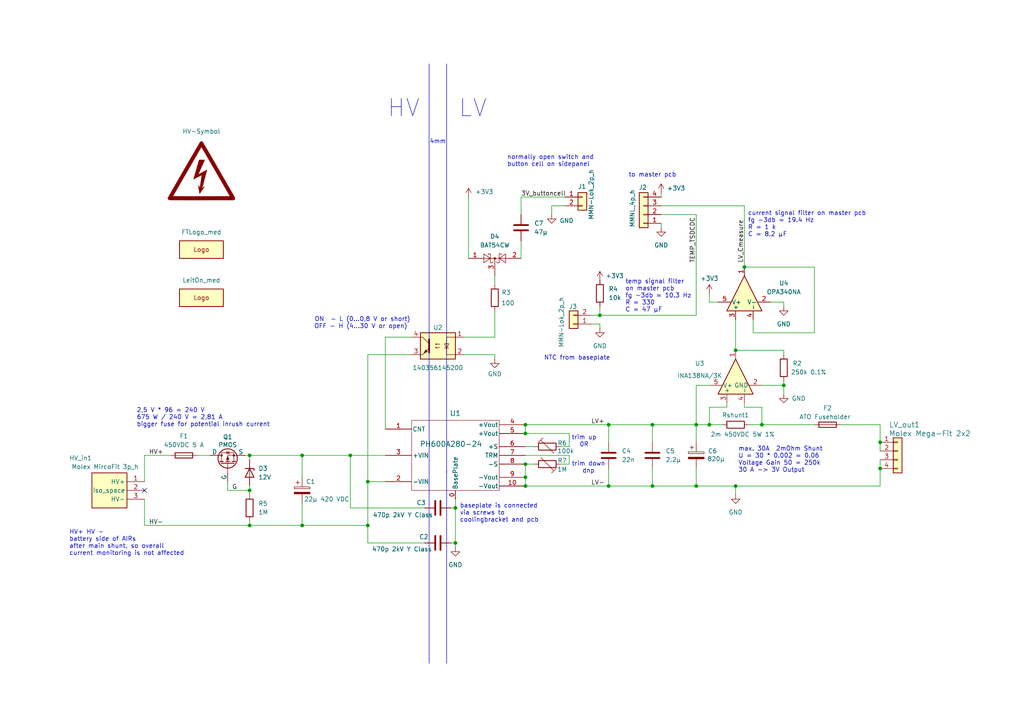
<source format=kicad_sch>
(kicad_sch (version 20231120) (generator "eeschema") (generator_version "8.0")
  (paper "A4")
  (title_block (title "TS-DCDC") (date "2024-12-12") (rev "0.5"))
  (lib_symbols
    (symbol "2024-11-18_21-41-11:PH600A280-24" (pin_names (offset 0.254))
      (property "Reference" "U1" (at 20.32 7.112 0))
      (property "Value" "PH600A280-24" (at 19.05 -1.778 0))
      (symbol "PH600A280-24_0_1"
        (polyline (pts (xy 7.62 -15.24) (xy 33.02 -15.24)) (stroke (width 0.127)))
        (polyline (pts (xy 7.62 5.08) (xy 7.62 -15.24)) (stroke (width 0.127)))
        (polyline (pts (xy 33.02 -15.24) (xy 33.02 5.08)) (stroke (width 0.127)))
        (polyline (pts (xy 33.02 5.08) (xy 7.62 5.08)) (stroke (width 0.127)))
      )
      (symbol "PH600A280-24_1_1"
        (pin passive line (at 20.32 -17.78 90) (length 2.54) (name "BasePlate") (number "0"))
        (pin input line (at 0 2.54 0) (length 7.62) (name "CNT") (number "1"))
        (pin power_out line (at 40.64 -13.97 180) (length 7.62) (name "-Vout") (number "10"))
        (pin power_in line (at 0 -12.7 0) (length 7.62) (name "-VIN") (number "2"))
        (pin power_in line (at 0 -5.08 0) (length 7.62) (name "+VIN") (number "3"))
        (pin power_out line (at 40.64 3.81 180) (length 7.62) (name "+Vout") (number "4"))
        (pin power_out line (at 40.64 1.27 180) (length 7.62) (name "+Vout") (number "5"))
        (pin input line (at 40.64 -2.54 180) (length 7.62) (name "+S") (number "6"))
        (pin input line (at 40.64 -5.08 180) (length 7.62) (name "TRM") (number "7"))
        (pin input line (at 40.64 -7.62 180) (length 7.62) (name "-S") (number "8"))
        (pin power_out line (at 40.64 -11.43 180) (length 7.62) (name "-Vout") (number "9"))
      )
    )
    (symbol "43650-0317:43650-0317"
      (property "Reference" "HV_in1" (at 10.16 -12.7 0))
      (property "Value" "43650-0317" (at 10.16 -10.16 0))
      (symbol "43650-0317_1_1"
        (rectangle (start 5.08 2.54) (end 15.24 -7.62) (stroke (width 0.254)) (fill (type background)))
        (pin power_out line (at 0 -5.08 0) (length 5.08) (name "HV+") (number "1"))
        (pin passive line (at 0 -2.54 0) (length 5.08) (name "iso_space") (number "2"))
        (pin power_out line (at 0 0 0) (length 5.08) (name "HV-") (number "3"))
      )
    )
    (symbol "Amplifier_Current:INA138" (pin_names (offset 0.127))
      (property "Reference" "U" (at 3.81 5.08 0))
      (property "Value" "INA138" (at 3.81 2.54 0))
      (symbol "INA138_0_1"
        (polyline (pts (xy -5.08 5.08) (xy 5.08 0) (xy -5.08 -5.08) (xy -5.08 5.08)) (stroke (width 0.254)) (fill (type background)))
      )
      (symbol "INA138_1_1"
        (pin output line (at 7.62 0 180) (length 2.54) (name "~") (number "1"))
        (pin power_in line (at -2.54 -7.62 90) (length 3.81) (name "GND") (number "2"))
        (pin input line (at -7.62 2.54 0) (length 2.54) (name "+") (number "3"))
        (pin input line (at -7.62 -2.54 0) (length 2.54) (name "-") (number "4"))
        (pin power_in line (at -2.54 7.62 270) (length 3.81) (name "V+") (number "5"))
      )
    )
    (symbol "Amplifier_Operational:OPA340NA" (pin_names (offset 0.127))
      (property "Reference" "U" (at -1.27 6.35 0))
      (property "Value" "OPA340NA" (at -1.27 3.81 0))
      (symbol "OPA340NA_0_1"
        (polyline (pts (xy -5.08 5.08) (xy 5.08 0) (xy -5.08 -5.08) (xy -5.08 5.08)) (stroke (width 0.254)) (fill (type background)))
        (pin power_in line (at -2.54 -7.62 90) (length 3.81) (name "V-") (number "2"))
        (pin power_in line (at -2.54 7.62 270) (length 3.81) (name "V+") (number "5"))
      )
      (symbol "OPA340NA_1_1"
        (pin output line (at 7.62 0 180) (length 2.54) (name "~") (number "1"))
        (pin input line (at -7.62 2.54 0) (length 2.54) (name "+") (number "3"))
        (pin input line (at -7.62 -2.54 0) (length 2.54) (name "-") (number "4"))
      )
    )
    (symbol "Connector_Generic:Conn_01x02" (pin_names (offset 1.016) hide)
      (property "Reference" "J" (at 0 2.54 0))
      (property "Value" "Conn_01x02" (at 0 -5.08 0))
      (symbol "Conn_01x02_1_1"
        (rectangle (start -1.27 -2.413) (end 0 -2.667) (stroke (width 0.1524)))
        (rectangle (start -1.27 0.127) (end 0 -0.127) (stroke (width 0.1524)))
        (rectangle (start -1.27 1.27) (end 1.27 -3.81) (stroke (width 0.254)) (fill (type background)))
        (pin passive line (at -5.08 0 0) (length 3.81) (name "Pin_1") (number "1"))
        (pin passive line (at -5.08 -2.54 0) (length 3.81) (name "Pin_2") (number "2"))
      )
    )
    (symbol "Connector_Generic:Conn_01x04" (pin_names (offset 1.016) hide)
      (property "Reference" "J" (at 0 5.08 0))
      (property "Value" "Conn_01x04" (at 0 -7.62 0))
      (symbol "Conn_01x04_1_1"
        (rectangle (start -1.27 -4.953) (end 0 -5.207) (stroke (width 0.1524)))
        (rectangle (start -1.27 -2.413) (end 0 -2.667) (stroke (width 0.1524)))
        (rectangle (start -1.27 0.127) (end 0 -0.127) (stroke (width 0.1524)))
        (rectangle (start -1.27 2.667) (end 0 2.413) (stroke (width 0.1524)))
        (rectangle (start -1.27 3.81) (end 1.27 -6.35) (stroke (width 0.254)) (fill (type background)))
        (pin passive line (at -5.08 2.54 0) (length 3.81) (name "Pin_1") (number "1"))
        (pin passive line (at -5.08 0 0) (length 3.81) (name "Pin_2") (number "2"))
        (pin passive line (at -5.08 -2.54 0) (length 3.81) (name "Pin_3") (number "3"))
        (pin passive line (at -5.08 -5.08 0) (length 3.81) (name "Pin_4") (number "4"))
      )
    )
    (symbol "Device:C" (pin_numbers hide) (pin_names (offset 0.254))
      (property "Reference" "C" (at 0.635 2.54 0))
      (property "Value" "C" (at 0.635 -2.54 0))
      (symbol "C_0_1"
        (polyline (pts (xy -2.032 -0.762) (xy 2.032 -0.762)) (stroke (width 0.508)))
        (polyline (pts (xy -2.032 0.762) (xy 2.032 0.762)) (stroke (width 0.508)))
      )
      (symbol "C_1_1"
        (pin passive line (at 0 3.81 270) (length 2.794) (name "~") (number "1"))
        (pin passive line (at 0 -3.81 90) (length 2.794) (name "~") (number "2"))
      )
    )
    (symbol "Device:C_Polarized" (pin_numbers hide) (pin_names (offset 0.254))
      (property "Reference" "C" (at 0.635 2.54 0))
      (property "Value" "C_Polarized" (at 0.635 -2.54 0))
      (symbol "C_Polarized_0_1"
        (rectangle (start -2.286 0.508) (end 2.286 1.016))
        (polyline (pts (xy -1.778 2.286) (xy -0.762 2.286)))
        (polyline (pts (xy -1.27 2.794) (xy -1.27 1.778)))
        (rectangle (start 2.286 -0.508) (end -2.286 -1.016) (fill (type outline)))
      )
      (symbol "C_Polarized_1_1"
        (pin passive line (at 0 3.81 270) (length 2.794) (name "~") (number "1"))
        (pin passive line (at 0 -3.81 90) (length 2.794) (name "~") (number "2"))
      )
    )
    (symbol "Device:D_Zener" (pin_numbers hide) (pin_names (offset 1.016) hide)
      (property "Reference" "D" (at 0 2.54 0))
      (property "Value" "D_Zener" (at 0 -2.54 0))
      (symbol "D_Zener_0_1"
        (polyline (pts (xy 1.27 0) (xy -1.27 0)))
        (polyline (pts (xy -1.27 -1.27) (xy -1.27 1.27) (xy -0.762 1.27)) (stroke (width 0.254)))
        (polyline (pts (xy 1.27 -1.27) (xy 1.27 1.27) (xy -1.27 0) (xy 1.27 -1.27)) (stroke (width 0.254)))
      )
      (symbol "D_Zener_1_1"
        (pin passive line (at -3.81 0 0) (length 2.54) (name "K") (number "1"))
        (pin passive line (at 3.81 0 180) (length 2.54) (name "A") (number "2"))
      )
    )
    (symbol "Device:Fuse" (pin_numbers hide) (pin_names (offset 0))
      (property "Reference" "F" (at 2.032 0 90))
      (property "Value" "Fuse" (at -1.905 0 90))
      (symbol "Fuse_0_1"
        (rectangle (start -0.762 -2.54) (end 0.762 2.54) (stroke (width 0.254)))
        (polyline (pts (xy 0 2.54) (xy 0 -2.54)))
      )
      (symbol "Fuse_1_1"
        (pin passive line (at 0 3.81 270) (length 1.27) (name "~") (number "1"))
        (pin passive line (at 0 -3.81 90) (length 1.27) (name "~") (number "2"))
      )
    )
    (symbol "Device:R" (pin_numbers hide) (pin_names (offset 0))
      (property "Reference" "R" (at 2.032 0 90))
      (property "Value" "R" (at 0 0 90))
      (symbol "R_0_1"
        (rectangle (start -1.016 -2.54) (end 1.016 2.54) (stroke (width 0.254)))
      )
      (symbol "R_1_1"
        (pin passive line (at 0 3.81 270) (length 1.27) (name "~") (number "1"))
        (pin passive line (at 0 -3.81 90) (length 1.27) (name "~") (number "2"))
      )
    )
    (symbol "Device:R_Trim" (pin_numbers hide) (pin_names (offset 0))
      (property "Reference" "R" (at 2.54 -2.54 90))
      (property "Value" "R_Trim" (at -2.54 -0.635 90))
      (symbol "R_Trim_0_1"
        (rectangle (start -1.016 -2.54) (end 1.016 2.54) (stroke (width 0.254)))
        (polyline (pts (xy -1.905 -1.905) (xy 1.905 1.905) (xy 2.54 1.27) (xy 1.27 2.54)))
      )
      (symbol "R_Trim_1_1"
        (pin passive line (at 0 3.81 270) (length 1.27) (name "~") (number "1"))
        (pin passive line (at 0 -3.81 90) (length 1.27) (name "~") (number "2"))
      )
    )
    (symbol "Diode:BAT54CW" (pin_names (offset 1.016))
      (property "Reference" "D" (at 0.635 -3.81 0))
      (property "Value" "BAT54CW" (at -6.35 3.175 0))
      (symbol "BAT54CW_0_1"
        (polyline (pts (xy -1.905 0) (xy 1.905 0)))
        (polyline (pts (xy -1.905 1.27) (xy -1.905 1.016)))
        (polyline (pts (xy -1.27 -1.27) (xy -0.635 -1.27)))
        (polyline (pts (xy -1.27 0) (xy -3.81 0)))
        (polyline (pts (xy -1.27 1.27) (xy -1.905 1.27)))
        (polyline (pts (xy -1.27 1.27) (xy -1.27 -1.27)))
        (polyline (pts (xy -0.635 -1.27) (xy -0.635 -1.016)))
        (polyline (pts (xy 0.635 -1.27) (xy 0.635 -1.016)))
        (polyline (pts (xy 1.27 -1.27) (xy 0.635 -1.27)))
        (polyline (pts (xy 1.27 1.27) (xy 1.27 -1.27)))
        (polyline (pts (xy 1.27 1.27) (xy 1.905 1.27)))
        (polyline (pts (xy 1.905 1.27) (xy 1.905 1.016)))
        (polyline (pts (xy 3.81 0) (xy 1.27 0)))
        (polyline (pts (xy -3.175 -1.27) (xy -3.175 1.27) (xy -1.27 0) (xy -3.175 -1.27)))
        (polyline (pts (xy 3.175 -1.27) (xy 3.175 1.27) (xy 1.27 0) (xy 3.175 -1.27)))
        (circle (center 0 0) (radius 0.254) (fill (type outline)))
      )
      (symbol "BAT54CW_1_1"
        (pin passive line (at -7.62 0 0) (length 3.81) (name "~") (number "1"))
        (pin passive line (at 7.62 0 180) (length 3.81) (name "~") (number "2"))
        (pin passive line (at 0 -5.08 90) (length 5.08) (name "~") (number "3"))
      )
    )
    (symbol "FaSTTUBe_logos:FTLogo_med"
      (property "Value" "FTLogo_med" (at 0 -3.81 0))
      (symbol "FTLogo_med_0_0"
        (text "Logo" (at 0 0 0) (effects (font (size 1.27 1.27))))
      )
      (symbol "FTLogo_med_0_1"
        (rectangle (start -6.35 2.54) (end 6.35 -2.54) (stroke (width 0.254)) (fill (type background)))
      )
    )
    (symbol "FaSTTUBe_logos:HV-Symbol" (pin_names (offset 1.016))
      (property "Value" "HV-Symbol" (at 0 -10.16 0))
      (symbol "HV-Symbol_0_0"
        (polyline (pts (xy -0.4892 -6.6071) (xy -0.4759 -6.591) (xy -0.4273 -6.5255) (xy -0.3518 -6.4196) (xy -0.2542 -6.2805) (xy -0.1394 -6.1154) (xy -0.0124 -5.9317) (xy 0.1219 -5.7364) (xy 0.2585 -5.5367) (xy 0.3925 -5.34) (xy 0.5191 -5.1533) (xy 0.6332 -4.984) (xy 0.73 -4.8391) (xy 0.8045 -4.726) (xy 0.8518 -4.6518) (xy 0.8669 -4.6238) (xy 0.8391 -4.6326) (xy 0.7671 -4.6703) (xy 0.6626 -4.7309) (xy 0.537 -4.8081) (xy 0.4195 -4.881) (xy 0.3146 -4.9437) (xy 0.2421 -4.9843) (xy 0.2131 -4.9963) (xy 0.2151 -4.9851) (xy 0.2315 -4.9189) (xy 0.2631 -4.7973) (xy 0.3086 -4.6249) (xy 0.3669 -4.4065) (xy 0.4366 -4.1466) (xy 0.5165 -3.8499) (xy 0.6054 -3.521) (xy 0.702 -3.1645) (xy 0.8051 -2.7851) (xy 0.9135 -2.3873) (xy 0.9755 -2.1599) (xy 1.0812 -1.7709) (xy 1.1809 -1.4024) (xy 1.2735 -1.059) (xy 1.3576 -0.7454) (xy 1.432 -0.4663) (xy 1.4955 -0.2264) (xy 1.5468 -0.0304) (xy 1.5847 0.1171) (xy 1.6079 0.2112) (xy 1.6151 0.2474) (xy 1.6 0.2451) (xy 1.5342 0.2168) (xy 1.4215 0.1619) (xy 1.2678 0.0834) (xy 1.0788 -0.0157) (xy 0.8602 -0.1324) (xy 0.6178 -0.2637) (xy 0.3573 -0.4066) (xy 0.1726 -0.5084) (xy -0.0763 -0.6449) (xy -0.3032 -0.7687) (xy -0.5023 -0.8766) (xy -0.6678 -0.9654) (xy -0.7938 -1.0321) (xy -0.8747 -1.0735) (xy -0.9046 -1.0865) (xy -0.8996 -1.0709) (xy -0.8714 -1.0014) (xy -0.8205 -0.8806) (xy -0.7488 -0.7135) (xy -0.6586 -0.5046) (xy -0.5517 -0.2589) (xy -0.4304 0.0188) (xy -0.2967 0.3239) (xy -0.1526 0.6514) (xy -0.0003 0.9967) (xy 0.1049 1.235) (xy 0.253 1.5703) (xy 0.3921 1.8852) (xy 0.52 2.175) (xy 0.6346 2.4347) (xy 0.7337 2.6594) (xy 0.8152 2.8442) (xy 0.8769 2.9843) (xy 0.9167 3.0747) (xy 0.9323 3.1106) (xy 0.9309 3.1196) (xy 0.9051 3.1304) (xy 0.8453 3.1382) (xy 0.7454 3.1431) (xy 0.599 3.1453) (xy 0.4001 3.1453) (xy 0.1424 3.1431) (xy -0.6646 3.1344) (xy -1.4846 0.343) (xy -1.6044 -0.0656) (xy -1.7195 -0.4592) (xy -1.8277 -0.8304) (xy -1.9277 -1.1747) (xy -2.0183 -1.4878) (xy -2.0981 -1.7651) (xy -2.166 -2.0023) (xy -2.2206 -2.195) (xy -2.2606 -2.3386) (xy -2.2848 -2.4288) (xy -2.2919 -2.4611) (xy -2.286 -2.4597) (xy -2.2336 -2.4367) (xy -2.1322 -2.388) (xy -1.988 -2.3167) (xy -1.807 -2.2259) (xy -1.5954 -2.1186) (xy -1.3593 -1.998) (xy -1.1049 -1.867) (xy -0.9986 -1.8122) (xy -0.7512 -1.6851) (xy -0.5248 -1.5695) (xy -0.3256 -1.4685) (xy -0.1595 -1.3851) (xy -0.0328 -1.3225) (xy 0.0485 -1.2837) (xy 0.0782 -1.2717) (xy 0.0786 -1.2748) (xy 0.0749 -1.3248) (xy 0.063 -1.4299) (xy 0.0441 -1.5831) (xy 0.0189 -1.7774) (xy -0.0114 -2.0057) (xy -0.0458 -2.261) (xy -0.0835 -2.5363) (xy -0.1233 -2.8245) (xy -0.1644 -3.1186) (xy -0.2057 -3.4116) (xy -0.2463 -3.6965) (xy -0.2851 -3.9662) (xy -0.3212 -4.2137) (xy -0.3535 -4.432) (xy -0.3812 -4.614) (xy -0.4032 -4.7527) (xy -0.4186 -4.8411) (xy -0.4263 -4.8721) (xy -0.4486 -4.8511) (xy -0.4999 -4.7857) (xy -0.5714 -4.6867) (xy -0.6549 -4.5646) (xy -0.7311 -4.4535) (xy -0.805 -4.3514) (xy -0.8599 -4.282) (xy -0.8876 -4.2561) (xy -0.9014 -4.2806) (xy -0.8968 -4.3443) (xy -0.8924 -4.369) (xy -0.8778 -4.4566) (xy -0.8553 -4.5949) (xy -0.8262 -4.7758) (xy -0.792 -4.9906) (xy -0.7538 -5.2313) (xy -0.7132 -5.4892) (xy -0.6874 -5.6524) (xy -0.6486 -5.8965) (xy -0.6132 -6.1162) (xy -0.5826 -6.3034) (xy -0.558 -6.4502) (xy -0.5409 -6.5487) (xy -0.5324 -6.5909) (xy -0.521 -6.6112) (xy -0.4892 -6.6071)) (stroke (width 0.01)) (fill (type outline)))
        (polyline (pts (xy -0.7512 -8.4995) (xy 0.0488 -8.4991) (xy 9.3708 -8.4937) (xy 9.4936 -8.4173) (xy 9.5205 -8.3994) (xy 9.6443 -8.2757) (xy 9.7185 -8.1228) (xy 9.7386 -7.9548) (xy 9.6999 -7.7862) (xy 9.6933 -7.7735) (xy 9.6567 -7.7077) (xy 9.5896 -7.5892) (xy 9.4933 -7.4203) (xy 9.3691 -7.2031) (xy 9.2184 -6.9399) (xy 9.0425 -6.6332) (xy 8.8426 -6.285) (xy 8.6201 -5.8977) (xy 8.3763 -5.4736) (xy 8.1124 -5.015) (xy 7.8299 -4.524) (xy 7.53 -4.0031) (xy 7.2139 -3.4544) (xy 6.8831 -2.8803) (xy 6.5389 -2.283) (xy 6.1825 -1.6649) (xy 5.8152 -1.028) (xy 5.4384 -0.3749) (xy 5.0534 0.2924) (xy 4.7596 0.8012) (xy 4.2896 1.615) (xy 3.843 2.3874) (xy 3.4206 3.1175) (xy 3.0228 3.8044) (xy 2.6502 4.447) (xy 2.3033 5.0445) (xy 1.9827 5.5959) (xy 1.6889 6.1003) (xy 1.4225 6.5568) (xy 1.184 6.9643) (xy 0.9739 7.3221) (xy 0.7929 7.6291) (xy 0.6414 7.8844) (xy 0.52 8.0871) (xy 0.4293 8.2362) (xy 0.3697 8.3308) (xy 0.3419 8.37) (xy 0.2962 8.4088) (xy 0.1437 8.4869) (xy -0.0205 8.5068) (xy -0.1836 8.4683) (xy -0.3328 8.3714) (xy -0.3337 8.3705) (xy -0.3625 8.329) (xy -0.4218 8.2342) (xy -0.5102 8.0888) (xy -0.626 7.8955) (xy -0.7675 7.657) (xy -0.9334 7.3761) (xy -1.1219 7.0555) (xy -1.3314 6.698) (xy -1.5605 6.3063) (xy -1.8075 5.8832) (xy -2.0709 5.4313) (xy -2.349 4.9534) (xy -2.6402 4.4523) (xy -2.9431 3.9307) (xy -3.256 3.3913) (xy -3.5774 2.8369) (xy -3.9055 2.2702) (xy -4.239 1.6939) (xy -4.5762 1.1108) (xy -4.9154 0.5236) (xy -5.2553 -0.0649) (xy -5.594 -0.6521) (xy -5.9301 -1.2351) (xy -6.2621 -1.8112) (xy -6.5882 -2.3777) (xy -6.9069 -2.9319) (xy -7.2167 -3.471) (xy -7.516 -3.9923) (xy -7.8032 -4.493) (xy -8.0766 -4.9704) (xy -8.3348 -5.4218) (xy -8.5761 -5.8444) (xy -8.799 -6.2355) (xy -9.0019 -6.5924) (xy -9.1832 -6.9122) (xy -9.3412 -7.1924) (xy -9.4624 -7.4082) (xy -8.2772 -7.4082) (xy -8.2597 -7.3762) (xy -8.2115 -7.291) (xy -8.1342 -7.1555) (xy -8.0294 -6.9726) (xy -7.8989 -6.7452) (xy -7.7442 -6.4761) (xy -7.5671 -6.1683) (xy -7.3692 -5.8245) (xy -7.1521 -5.4478) (xy -6.9176 -5.041) (xy -6.6673 -4.6069) (xy -6.4029 -4.1484) (xy -6.1259 -3.6685) (xy -5.8382 -3.1699) (xy -5.5414 -2.6556) (xy -5.237 -2.1285) (xy -4.9268 -1.5914) (xy -4.6125 -1.0472) (xy -4.2957 -0.4988) (xy -3.9781 0.0509) (xy -3.6613 0.599) (xy -3.347 1.1428) (xy -3.0369 1.6792) (xy -2.7327 2.2054) (xy -2.4359 2.7185) (xy -2.1483 3.2157) (xy -1.8715 3.6941) (xy -1.6072 4.1507) (xy -1.357 4.5828) (xy -1.1227 4.9874) (xy -0.9058 5.3616) (xy -0.7081 5.7026) (xy -0.5312 6.0075) (xy -0.3768 6.2734) (xy -0.2465 6.4974) (xy -0.142 6.6766) (xy -0.065 6.8083) (xy -0.0171 6.8894) (xy 0 6.9171) (xy 0.0002 6.917) (xy 0.0191 6.8867) (xy 0.0688 6.803) (xy 0.1474 6.669) (xy 0.2535 6.4875) (xy 0.3853 6.2614) (xy 0.5411 5.9935) (xy 0.7192 5.6868) (xy 0.9181 5.3441) (xy 1.1361 4.9683) (xy 1.3714 4.5623) (xy 1.6225 4.129) (xy 1.8876 3.6712) (xy 2.1651 3.1917) (xy 2.4534 2.6936) (xy 2.7507 2.1797) (xy 3.0554 1.6528) (xy 3.3659 1.1159) (xy 3.6804 0.5717) (xy 3.9974 0.0233) (xy 4.3151 -0.5266) (xy 4.632 -1.0751) (xy 4.9462 -1.6192) (xy 5.2562 -2.1561) (xy 5.5603 -2.6829) (xy 5.8568 -3.1968) (xy 6.1442 -3.6948) (xy 6.4206 -4.1741) (xy 6.6844 -4.6318) (xy 6.9341 -5.065) (xy 7.1679 -5.4708) (xy 7.3841 -5.8465) (xy 7.5811 -6.189) (xy 7.7572 -6.4955) (xy 7.9109 -6.7631) (xy 8.0403 -6.989) (xy 8.1438 -7.1703) (xy 8.2198 -7.304) (xy 8.2667 -7.3874) (xy 8.2827 -7.4175) (xy 8.2727 -7.4185) (xy 8.2056 -7.4203) (xy 8.0779 -7.422) (xy 7.8921 -7.4237) (xy 7.6511 -7.4253) (xy 7.3575 -7.4269) (xy 7.0141 -7.4284) (xy 6.6236 -7.4298) (xy 6.1887 -7.4311) (xy 5.7121 -7.4324) (xy 5.1966 -7.4335) (xy 4.6448 -7.4345) (xy 4.0596 -7.4354) (xy 3.4436 -7.4362) (xy 2.7996 -7.4369) (xy 2.1302 -7.4374) (xy 1.4382 -7.4378) (xy 0.7264 -7.438) (xy -0.0027 -7.4381) (xy -0.309 -7.4381) (xy -1.147 -7.4379) (xy -1.9474 -7.4374) (xy -2.7085 -7.4368) (xy -3.4285 -7.4359) (xy -4.1058 -7.4349) (xy -4.7386 -7.4336) (xy -5.3253 -7.4322) (xy -5.8641 -7.4305) (xy -6.3533 -7.4287) (xy -6.7913 -7.4267) (xy -7.1762 -7.4245) (xy -7.5064 -7.4222) (xy -7.7802 -7.4197) (xy -7.9959 -7.417) (xy -8.1518 -7.4142) (xy -8.2461 -7.4113) (xy -8.2772 -7.4082) (xy -9.4624 -7.4082) (xy -9.4746 -7.43) (xy -9.5816 -7.6225) (xy -9.6606 -7.7671) (xy -9.7102 -7.8609) (xy -9.7287 -7.9014) (xy -9.7289 -7.9026) (xy -9.7335 -8.0172) (xy -9.7143 -8.1285) (xy -9.6792 -8.2033) (xy -9.5907 -8.3193) (xy -9.4796 -8.4176) (xy -9.3676 -8.4762) (xy -9.3591 -8.4772) (xy -9.2932 -8.4796) (xy -9.1659 -8.4819) (xy -8.9795 -8.484) (xy -8.7364 -8.4861) (xy -8.4391 -8.488) (xy -8.09 -8.4898) (xy -7.6916 -8.4915) (xy -7.2463 -8.493) (xy -6.7565 -8.4944) (xy -6.2247 -8.4957) (xy -5.6534 -8.4968) (xy -5.045 -8.4977) (xy -4.4018 -8.4984) (xy -3.7264 -8.499) (xy -3.0212 -8.4994) (xy -2.2887 -8.4997) (xy -1.5312 -8.4997) (xy -0.7512 -8.4995)) (stroke (width 0.01)) (fill (type outline)))
      )
    )
    (symbol "FaSTTUBe_logos:LeitOn_med"
      (property "Value" "LeitOn_med" (at 0 -3.81 0))
      (symbol "LeitOn_med_0_0"
        (text "Logo" (at 0 0 0) (effects (font (size 1.27 1.27))))
      )
      (symbol "LeitOn_med_0_1"
        (rectangle (start -6.35 2.54) (end 6.35 -2.54) (stroke (width 0.254)) (fill (type background)))
      )
    )
    (symbol "Relay_SolidState:34.81-7048"
      (property "Reference" "U2" (at 0 5.334 0))
      (property "Value" "140356145200" (at 0 -6.35 0))
      (symbol "34.81-7048_0_1"
        (rectangle (start -5.08 3.81) (end 5.08 -3.81) (stroke (width 0.254)) (fill (type background)))
        (polyline (pts (xy -3.175 -0.635) (xy -1.905 -0.635)))
        (polyline (pts (xy 2.54 1.905) (xy 2.54 -1.905) (xy 2.54 -1.905)) (stroke (width 0.508)))
        (polyline (pts (xy -5.08 2.54) (xy -2.54 2.54) (xy -2.54 -2.54) (xy -5.08 -2.54)))
        (polyline (pts (xy -2.54 -0.635) (xy -3.175 0.635) (xy -1.905 0.635) (xy -2.54 -0.635)))
        (polyline (pts (xy -0.508 -0.508) (xy 0.762 -0.508) (xy 0.381 -0.635) (xy 0.381 -0.381) (xy 0.762 -0.508)))
        (polyline (pts (xy -0.508 0.508) (xy 0.762 0.508) (xy 0.381 0.381) (xy 0.381 0.635) (xy 0.762 0.508)))
        (polyline (pts (xy 3.048 -1.651) (xy 3.556 -1.143) (xy 4.064 -2.159) (xy 3.048 -1.651) (xy 3.048 -1.651)) (fill (type outline)))
        (polyline (pts (xy 5.08 2.54) (xy 4.445 2.54) (xy 2.54 0.635) (xy 2.54 -0.635) (xy 4.445 -2.54) (xy 5.08 -2.54)))
      )
      (symbol "34.81-7048_1_1"
        (pin passive line (at -7.62 2.54 0) (length 2.54) (name "") (number "1"))
        (pin passive line (at -7.62 -2.54 0) (length 2.54) (name "~") (number "2"))
        (pin passive line (at 7.62 -2.54 180) (length 2.54) (name "~") (number "3"))
        (pin passive line (at 7.62 2.54 180) (length 2.54) (name "~") (number "4"))
      )
    )
    (symbol "Simulation_SPICE:PMOS" (pin_numbers hide) (pin_names (offset 0))
      (property "Reference" "Q" (at 5.08 1.27 0))
      (property "Value" "PMOS" (at 5.08 -1.27 0))
      (symbol "PMOS_0_1"
        (polyline (pts (xy 0.254 0) (xy -2.54 0)))
        (polyline (pts (xy 0.254 1.905) (xy 0.254 -1.905)) (stroke (width 0.254)))
        (polyline (pts (xy 0.762 -1.27) (xy 0.762 -2.286)) (stroke (width 0.254)))
        (polyline (pts (xy 0.762 0.508) (xy 0.762 -0.508)) (stroke (width 0.254)))
        (polyline (pts (xy 0.762 2.286) (xy 0.762 1.27)) (stroke (width 0.254)))
        (polyline (pts (xy 2.54 2.54) (xy 2.54 1.778)))
        (polyline (pts (xy 2.54 -2.54) (xy 2.54 0) (xy 0.762 0)))
        (polyline (pts (xy 0.762 1.778) (xy 3.302 1.778) (xy 3.302 -1.778) (xy 0.762 -1.778)))
        (polyline (pts (xy 2.286 0) (xy 1.27 0.381) (xy 1.27 -0.381) (xy 2.286 0)) (fill (type outline)))
        (polyline (pts (xy 2.794 -0.508) (xy 2.921 -0.381) (xy 3.683 -0.381) (xy 3.81 -0.254)))
        (polyline (pts (xy 3.302 -0.381) (xy 2.921 0.254) (xy 3.683 0.254) (xy 3.302 -0.381)))
        (circle (center 1.651 0) (radius 2.794) (stroke (width 0.254)))
        (circle (center 2.54 -1.778) (radius 0.254) (fill (type outline)))
        (circle (center 2.54 1.778) (radius 0.254) (fill (type outline)))
      )
      (symbol "PMOS_1_1"
        (pin passive line (at 2.54 5.08 270) (length 2.54) (name "D") (number "1"))
        (pin input line (at -5.08 0 0) (length 2.54) (name "G") (number "2"))
        (pin passive line (at 2.54 -5.08 90) (length 2.54) (name "S") (number "3"))
      )
    )
    (symbol "power:+3V3" (power) (pin_numbers hide) (pin_names (offset 0) hide)
      (property "Value" "+3V3" (at 0 3.556 0))
      (symbol "+3V3_0_1"
        (polyline (pts (xy -0.762 1.27) (xy 0 2.54)))
        (polyline (pts (xy 0 0) (xy 0 2.54)))
        (polyline (pts (xy 0 2.54) (xy 0.762 1.27)))
      )
      (symbol "+3V3_1_1"
        (pin power_in line (at 0 0 90) (length 0) (name "~") (number "1"))
      )
    )
    (symbol "power:GND" (power) (pin_numbers hide) (pin_names (offset 0) hide)
      (property "Value" "GND" (at 0 -3.81 0))
      (symbol "GND_0_1"
        (polyline (pts (xy 0 0) (xy 0 -1.27) (xy 1.27 -1.27) (xy 0 -2.54) (xy -1.27 -1.27) (xy 0 -1.27)))
      )
      (symbol "GND_1_1"
        (pin power_in line (at 0 0 270) (length 0) (name "~") (number "1"))
      )
    )
  )
  (junction (at 213.36 140.97))
  (junction (at 152.4 134.62))
  (junction (at 189.23 140.97))
  (junction (at 201.93 140.97))
  (junction (at 106.68 139.7))
  (junction (at 87.63 152.4))
  (junction (at 189.23 123.19))
  (junction (at 176.53 123.19))
  (junction (at 152.4 138.43))
  (junction (at 213.36 101.6))
  (junction (at 152.4 123.19))
  (junction (at 132.08 157.48))
  (junction (at 106.68 152.4))
  (junction (at 152.4 140.97))
  (junction (at 72.39 132.08))
  (junction (at 72.39 142.24))
  (junction (at 205.74 123.19))
  (junction (at 201.93 123.19))
  (junction (at 176.53 140.97))
  (junction (at 255.27 135.89))
  (junction (at 72.39 152.4))
  (junction (at 173.99 91.44))
  (junction (at 152.4 125.73))
  (junction (at 220.98 123.19))
  (junction (at 255.27 128.27))
  (junction (at 132.08 147.32))
  (junction (at 215.9 77.47))
  (junction (at 101.6 132.08))
  (junction (at 227.33 111.76))
  (junction (at 87.63 132.08))
  (no_connect (at 41.91 142.24))
  (wire (pts (xy 213.36 140.97) (xy 213.36 143.51)))
  (wire (pts (xy 151.13 57.15) (xy 151.13 62.23)))
  (wire (pts (xy 191.77 59.69) (xy 215.9 59.69)))
  (wire (pts (xy 41.91 152.4) (xy 41.91 144.78)))
  (wire (pts (xy 176.53 123.19) (xy 176.53 128.27)))
  (wire (pts (xy 176.53 135.89) (xy 176.53 140.97)))
  (wire (pts (xy 111.76 97.79) (xy 111.76 124.46)))
  (wire (pts (xy 160.02 59.69) (xy 160.02 62.23)))
  (wire (pts (xy 201.93 123.19) (xy 205.74 123.19)))
  (wire (pts (xy 152.4 134.62) (xy 154.94 134.62)))
  (wire (pts (xy 201.93 111.76) (xy 205.74 111.76)))
  (wire (pts (xy 106.68 139.7) (xy 111.76 139.7)))
  (wire (pts (xy 151.13 57.15) (xy 163.83 57.15)))
  (wire (pts (xy 132.08 157.48) (xy 130.81 157.48)))
  (wire (pts (xy 106.68 139.7) (xy 106.68 152.4)))
  (wire (pts (xy 201.93 62.23) (xy 201.93 91.44)))
  (wire (pts (xy 173.99 93.98) (xy 171.45 93.98)))
  (wire (pts (xy 143.51 80.01) (xy 143.51 82.55)))
  (wire (pts (xy 205.74 123.19) (xy 209.55 123.19)))
  (wire (pts (xy 134.62 102.87) (xy 143.51 102.87)))
  (wire (pts (xy 165.1 129.54) (xy 162.56 129.54)))
  (wire (pts (xy 134.62 97.79) (xy 143.51 97.79)))
  (wire (pts (xy 201.93 111.76) (xy 201.93 123.19)))
  (wire (pts (xy 210.82 116.84) (xy 210.82 118.11)))
  (wire (pts (xy 210.82 118.11) (xy 205.74 118.11)))
  (wire (pts (xy 135.89 57.15) (xy 135.89 74.93)))
  (wire (pts (xy 218.44 96.52) (xy 236.22 96.52)))
  (wire (pts (xy 243.84 123.19) (xy 255.27 123.19)))
  (wire (pts (xy 165.1 134.62) (xy 165.1 132.08)))
  (wire (pts (xy 227.33 111.76) (xy 227.33 114.3)))
  (wire (pts (xy 152.4 123.19) (xy 176.53 123.19)))
  (polyline (pts (xy 124.46 18.542) (xy 124.46 192.405)))
  (wire (pts (xy 208.28 87.63) (xy 205.74 87.63)))
  (wire (pts (xy 191.77 66.04) (xy 191.77 64.77)))
  (wire (pts (xy 151.13 69.85) (xy 151.13 74.93)))
  (wire (pts (xy 152.4 138.43) (xy 152.4 134.62)))
  (wire (pts (xy 41.91 152.4) (xy 72.39 152.4)))
  (wire (pts (xy 132.08 147.32) (xy 132.08 157.48)))
  (wire (pts (xy 220.98 118.11) (xy 220.98 123.19)))
  (wire (pts (xy 255.27 128.27) (xy 255.27 130.81)))
  (wire (pts (xy 227.33 88.9) (xy 227.33 87.63)))
  (wire (pts (xy 152.4 129.54) (xy 154.94 129.54)))
  (wire (pts (xy 71.12 132.08) (xy 72.39 132.08)))
  (wire (pts (xy 72.39 133.35) (xy 72.39 132.08)))
  (wire (pts (xy 72.39 143.51) (xy 72.39 142.24)))
  (wire (pts (xy 66.04 139.7) (xy 66.04 142.24)))
  (wire (pts (xy 106.68 152.4) (xy 106.68 157.48)))
  (wire (pts (xy 189.23 140.97) (xy 201.93 140.97)))
  (wire (pts (xy 213.36 92.71) (xy 213.36 101.6)))
  (wire (pts (xy 213.36 140.97) (xy 255.27 140.97)))
  (wire (pts (xy 173.99 88.9) (xy 173.99 91.44)))
  (wire (pts (xy 72.39 152.4) (xy 87.63 152.4)))
  (wire (pts (xy 173.99 91.44) (xy 201.93 91.44)))
  (wire (pts (xy 189.23 123.19) (xy 189.23 128.27)))
  (wire (pts (xy 220.98 111.76) (xy 227.33 111.76)))
  (wire (pts (xy 189.23 135.89) (xy 189.23 140.97)))
  (wire (pts (xy 201.93 135.89) (xy 201.93 140.97)))
  (wire (pts (xy 220.98 118.11) (xy 215.9 118.11)))
  (wire (pts (xy 87.63 152.4) (xy 106.68 152.4)))
  (wire (pts (xy 106.68 102.87) (xy 119.38 102.87)))
  (wire (pts (xy 87.63 132.08) (xy 101.6 132.08)))
  (wire (pts (xy 132.08 144.78) (xy 132.08 147.32)))
  (polyline (pts (xy 129.54 136.525) (xy 129.54 192.405)))
  (wire (pts (xy 152.4 123.19) (xy 152.4 125.73)))
  (wire (pts (xy 87.63 132.08) (xy 87.63 138.43)))
  (wire (pts (xy 191.77 57.15) (xy 191.77 55.88)))
  (wire (pts (xy 236.22 77.47) (xy 215.9 77.47)))
  (wire (pts (xy 165.1 125.73) (xy 152.4 125.73)))
  (wire (pts (xy 72.39 142.24) (xy 72.39 140.97)))
  (wire (pts (xy 205.74 118.11) (xy 205.74 123.19)))
  (wire (pts (xy 101.6 132.08) (xy 111.76 132.08)))
  (wire (pts (xy 106.68 102.87) (xy 106.68 139.7)))
  (wire (pts (xy 236.22 96.52) (xy 236.22 77.47)))
  (wire (pts (xy 60.96 132.08) (xy 57.15 132.08)))
  (wire (pts (xy 72.39 132.08) (xy 87.63 132.08)))
  (wire (pts (xy 162.56 134.62) (xy 165.1 134.62)))
  (wire (pts (xy 163.83 59.69) (xy 160.02 59.69)))
  (wire (pts (xy 176.53 123.19) (xy 189.23 123.19)))
  (wire (pts (xy 227.33 87.63) (xy 223.52 87.63)))
  (wire (pts (xy 173.99 91.44) (xy 171.45 91.44)))
  (wire (pts (xy 72.39 151.13) (xy 72.39 152.4)))
  (wire (pts (xy 201.93 140.97) (xy 213.36 140.97)))
  (wire (pts (xy 217.17 123.19) (xy 220.98 123.19)))
  (wire (pts (xy 215.9 59.69) (xy 215.9 77.47)))
  (wire (pts (xy 152.4 140.97) (xy 176.53 140.97)))
  (polyline (pts (xy 129.54 18.542) (xy 129.54 137.16)))
  (wire (pts (xy 123.19 147.32) (xy 101.6 147.32)))
  (wire (pts (xy 152.4 140.97) (xy 152.4 138.43)))
  (wire (pts (xy 255.27 133.35) (xy 255.27 135.89)))
  (wire (pts (xy 66.04 142.24) (xy 72.39 142.24)))
  (wire (pts (xy 176.53 140.97) (xy 189.23 140.97)))
  (wire (pts (xy 173.99 93.98) (xy 173.99 95.25)))
  (wire (pts (xy 215.9 118.11) (xy 215.9 116.84)))
  (wire (pts (xy 152.4 132.08) (xy 165.1 132.08)))
  (wire (pts (xy 255.27 135.89) (xy 255.27 140.97)))
  (wire (pts (xy 189.23 123.19) (xy 201.93 123.19)))
  (wire (pts (xy 143.51 97.79) (xy 143.51 90.17)))
  (wire (pts (xy 165.1 129.54) (xy 165.1 125.73)))
  (wire (pts (xy 132.08 147.32) (xy 130.81 147.32)))
  (wire (pts (xy 132.08 158.75) (xy 132.08 157.48)))
  (wire (pts (xy 101.6 147.32) (xy 101.6 132.08)))
  (wire (pts (xy 106.68 157.48) (xy 123.19 157.48)))
  (wire (pts (xy 111.76 97.79) (xy 119.38 97.79)))
  (wire (pts (xy 227.33 101.6) (xy 227.33 102.87)))
  (wire (pts (xy 220.98 123.19) (xy 236.22 123.19)))
  (wire (pts (xy 41.91 132.08) (xy 49.53 132.08)))
  (wire (pts (xy 213.36 101.6) (xy 227.33 101.6)))
  (wire (pts (xy 205.74 87.63) (xy 205.74 85.09)))
  (wire (pts (xy 41.91 132.08) (xy 41.91 139.7)))
  (wire (pts (xy 255.27 123.19) (xy 255.27 128.27)))
  (wire (pts (xy 227.33 110.49) (xy 227.33 111.76)))
  (wire (pts (xy 201.93 62.23) (xy 191.77 62.23)))
  (wire (pts (xy 218.44 96.52) (xy 218.44 92.71)))
  (wire (pts (xy 87.63 152.4) (xy 87.63 146.05)))
  (wire (pts (xy 143.51 102.87) (xy 143.51 104.14)))
  (wire (pts (xy 201.93 123.19) (xy 201.93 128.27)))
  (text "trim down\ndnp" (at 170.688 135.636 0) (effects (font (size 1.27 1.27))))
  (text " ON  - L (0...0,8 V or short)\nOFF - H (4...30 V or open)" (at 104.648 93.726 0) (effects (font (size 1.27 1.27))))
  (text "max. 30A  2mOhm Shunt \nU = 30 * 0.002 = 0.06\nVoltage Gain 50 = 250k\n30 A -> 3V Output\n" (at 214.122 133.35 0) (effects (font (size 1.27 1.27)) (justify left)))
  (text "trim up\n0R" (at 169.418 128.016 0) (effects (font (size 1.27 1.27))))
  (text "2,5 V * 96 = 240 V\n675 W / 240 V = 2,81 A\nbigger fuse for potential inrush current\n\n" (at 39.624 122.174 0) (effects (font (size 1.27 1.27)) (justify left)))
  (text "current signal filter on master pcb\nfg -3db = 19.4 Hz\nR = 1 k\nC = 8.2 µF\n" (at 216.916 65.024 0) (effects (font (size 1.27 1.27)) (justify left)))
  (text "LV" (at 137.16 31.496 0) (effects (font (size 5 5))))
  (text "4mm" (at 127 41.148 0) (effects (font (size 1.27 1.27))))
  (text "normally open switch and\nbutton cell on sidepanel\n " (at 147.066 44.958 0) (effects (font (size 1.27 1.27)) (justify left top)))
  (text "NTC from baseplate" (at 167.386 103.886 0) (effects (font (size 1.27 1.27))))
  (text "HV" (at 117.094 31.496 0) (effects (font (size 5 5))))
  (text "HV+ HV -\nbattery side of AIRs\nafter main shunt, so overall \ncurrent monitoring is not affected" (at 20.066 157.48 0) (effects (font (size 1.27 1.27)) (justify left)))
  (text "to master pcb" (at 189.23 50.8 0) (effects (font (size 1.27 1.27))))
  (text "baseplate is connected \nvia screws to \ncoolingbracket and pcb\n" (at 133.35 148.844 0) (effects (font (size 1.27 1.27)) (justify left)))
  (text "temp signal filter \non master pcb\nfg -3db = 10.3 Hz\nR = 330\nC = 47 µF" (at 181.356 85.852 0) (effects (font (size 1.27 1.27)) (justify left)))
  (label "LV+" (at 171.45 123.19 0))
  (label "LV-" (at 171.45 140.97 0))
  (label "TEMP_TSDCDC" (at 201.93 76.2 90))
  (label "G" (at 67.31 142.24 0))
  (label "LV_Cmeasure" (at 215.9 76.2 90))
  (label "3V_buttoncell" (at 151.13 57.15 0))
  (label "HV+" (at 43.18 132.08 0))
  (label "HV-" (at 43.18 152.4 0))
  (symbol (lib_id "Device:C") (at 176.53 132.08 0) (unit 1)
    (property "Reference" "C4" (at 180.34 130.8099 0) (effects (justify left)))
    (property "Value" "22n" (at 180.34 133.3499 0) (effects (justify left)))
    (property "Footprint" "Capacitor_SMD:C_1206_3216Metric" (effects (hide yes)))
    (property "Description" "Unpolarized capacitor" (effects (hide yes)))
  )
  (symbol (lib_id "Device:R") (at 72.39 147.32 0) (unit 1)
    (property "Reference" "R5" (at 74.93 146.0499 0) (effects (justify left)))
    (property "Value" "1M" (at 74.93 148.5899 0) (effects (justify left)))
    (property "Footprint" "Resistor_SMD:R_0603_1608Metric" (effects (hide yes)))
    (property "Description" "Resistor" (effects (hide yes)))
  )
  (symbol (lib_id "Connector_Generic:Conn_01x04") (at 186.69 62.23 180) (unit 1)
    (property "Reference" "J2" (at 186.436 54.356 0))
    (property "Value" "MMNL_4p_h" (at 183.388 60.452 90))
    (property "Footprint" "FaSTTUBe_connectors:Micro_Mate-N-Lok_4p_horizontal" (effects (hide yes)))
    (property "Description" "Generic connector, single row, 01x04, script generated (kicad-library-utils/schlib/autogen/connector/)" (effects (hide yes)))
  )
  (symbol (lib_id "power:GND") (at 213.36 143.51 0) (unit 1)
    (property "Reference" "#PWR01" (effects (hide yes)))
    (property "Value" "GND" (at 213.36 148.59 0))
    (property "Description" "Power symbol creates a global label with name \"GND\" , ground" (effects (hide yes)))
  )
  (symbol (lib_id "Device:D_Zener") (at 72.39 137.16 270) (unit 1)
    (property "Reference" "D3" (at 74.93 135.8899 90) (effects (justify left)))
    (property "Value" "12V" (at 74.93 138.4299 90) (effects (justify left)))
    (property "Footprint" "Diode_SMD:D_SOD-323" (effects (hide yes)))
    (property "Datasheet" "https://assets.nexperia.com/documents/data-sheet/PDZ-B_SER.pdf" (effects (hide yes)))
    (property "Description" "Zener diode" (effects (hide yes)))
  )
  (symbol (lib_id "power:+3V3") (at 191.77 55.88 0) (mirror y) (unit 1)
    (property "Reference" "#PWR05" (effects (hide yes)))
    (property "Value" "+3V3" (at 196.088 54.61 0))
    (property "Description" "Power symbol creates a global label with name \"+3V3\"" (effects (hide yes)))
  )
  (symbol (lib_id "Amplifier_Operational:OPA340NA") (at 215.9 85.09 90) (unit 1)
    (property "Reference" "U4" (at 227.33 82.1338 90))
    (property "Value" "OPA340NA" (at 227.33 84.6738 90))
    (property "Footprint" "Package_TO_SOT_SMD:SOT-23-5" (effects (hide yes)))
    (property "Datasheet" "http://www.ti.com/lit/ds/symlink/opa340.pdf" (effects (hide yes)))
    (property "Description" "Single Single-Supply, Rail-to-Rail Operational Amplifier, MicroAmplifier Series, SOT-23-5" (effects (hide yes)))
  )
  (symbol (lib_id "Device:C_Polarized") (at 87.63 142.24 0) (unit 1)
    (property "Reference" "C1" (at 91.44 139.7 0) (effects (justify right)))
    (property "Value" "22µ 420 VDC" (at 101.346 144.78 0) (effects (justify right)))
    (property "Footprint" "footprints:CAPPRD500W60D1275H2200" (effects (hide yes)))
    (property "Datasheet" "https://www.mouser.de/datasheet/2/293/e_ucy-3082387.pdf" (effects (hide yes)))
    (property "Description" "Polarized capacitor" (effects (hide yes)))
  )
  (symbol (lib_id "Device:C") (at 127 157.48 90) (unit 1)
    (property "Reference" "C2" (at 122.936 155.702 90))
    (property "Value" "470p 2kV Y Class" (at 116.586 159.258 90))
    (property "Footprint" "footprints:VY1471M29Y5UC63V0" (effects (hide yes)))
    (property "Datasheet" "https://www.vishay.com/docs/28537/vy1series.pdf" (effects (hide yes)))
    (property "Description" "Unpolarized capacitor" (effects (hide yes)))
  )
  (symbol (lib_id "2024-11-18_21-41-11:PH600A280-24") (at 111.76 127 0) (unit 1)
    (property "Reference" "U1" (at 132.08 119.888 0) (effects (font (size 1.524 1.524))))
    (property "Value" "PH600A280-24" (at 130.81 128.778 0) (effects (font (size 1.524 1.524))))
    (property "Footprint" "footprints:PH300A_thru_PH600A_TDK" (effects (hide yes)))
    (property "Datasheet" "PH600A280-24" (effects (hide yes)))
  )
  (symbol (lib_id "Device:C") (at 151.13 66.04 0) (unit 1)
    (property "Reference" "C7" (at 154.94 64.7699 0) (effects (justify left)))
    (property "Value" "47µ" (at 154.94 67.3099 0) (effects (justify left)))
    (property "Footprint" "Capacitor_SMD:C_1210_3225Metric" (effects (hide yes)))
    (property "Description" "Unpolarized capacitor" (effects (hide yes)))
  )
  (symbol (lib_id "power:+3V3") (at 173.99 81.28 0) (mirror y) (unit 1)
    (property "Reference" "#PWR08" (effects (hide yes)))
    (property "Value" "+3V3" (at 178.308 80.01 0))
    (property "Description" "Power symbol creates a global label with name \"+3V3\"" (effects (hide yes)))
  )
  (symbol (lib_id "FaSTTUBe_logos:HV-Symbol") (at 58.42 49.53 0) (unit 1)
    (property "Reference" "#Logo2" (effects (hide yes)))
    (property "Value" "HV-Symbol" (at 58.4225 38.1 0))
    (property "Footprint" "FaSTTUBe_logos:HV-Warning" (effects (hide yes)))
  )
  (symbol (lib_id "power:GND") (at 227.33 114.3 0) (unit 1)
    (property "Reference" "#PWR02" (effects (hide yes)))
    (property "Value" "GND" (at 231.648 115.57 0))
    (property "Description" "Power symbol creates a global label with name \"GND\" , ground" (effects (hide yes)))
  )
  (symbol (lib_id "FaSTTUBe_logos:LeitOn_med") (at 58.42 86.36 0) (unit 1)
    (property "Reference" "#Logo3" (effects (hide yes)))
    (property "Value" "LeitOn_med" (at 58.42 81.28 0))
    (property "Footprint" "FaSTTUBe_logos:LeitOn_medium" (effects (hide yes)))
  )
  (symbol (lib_id "Device:Fuse") (at 53.34 132.08 90) (unit 1)
    (property "Reference" "F1" (at 53.34 126.492 90))
    (property "Value" "450VDC 5 A" (at 53.34 129.032 90))
    (property "Footprint" "footprints:0ACG5000TE" (effects (hide yes)))
    (property "Datasheet" "https://www.mouser.de/datasheet/2/643/ds_CP_0ACG_series-2000946.pdf" (effects (hide yes)))
    (property "Description" "Fuse" (effects (hide yes)))
  )
  (symbol (lib_id "Device:R_Trim") (at 158.75 134.62 270) (unit 1)
    (property "Reference" "R7" (at 163.068 133.604 90))
    (property "Value" "1M" (at 163.068 136.144 90))
    (property "Footprint" "Potentiometer_SMD:Potentiometer_Bourns_TC33X_Vertical" (effects (hide yes)))
    (property "Description" "Trimmable resistor (preset resistor)" (effects (hide yes)))
  )
  (symbol (lib_id "power:GND") (at 132.08 158.75 0) (unit 1)
    (property "Reference" "#PWR010" (effects (hide yes)))
    (property "Value" "GND" (at 132.08 163.83 0))
    (property "Description" "Power symbol creates a global label with name \"GND\" , ground" (effects (hide yes)))
  )
  (symbol (lib_id "Relay_SolidState:34.81-7048") (at 127 100.33 0) (mirror y) (unit 1)
    (property "Reference" "U2" (at 127 94.996 0))
    (property "Value" "140356145200" (at 127 106.68 0))
    (property "Footprint" "footprints:SOP254P700X210-4N" (effects (hide yes)))
    (property "Datasheet" "https://www.we-online.com/components/products/datasheet/140356145200.pdf" (effects (hide yes)))
    (property "Description" "Ultra-Slim Solid-State Relay, 0.1A, 48V DC output switching" (effects (hide yes)))
  )
  (symbol (lib_id "Device:C_Polarized") (at 201.93 132.08 0) (unit 1)
    (property "Reference" "C6" (at 208.026 130.81 0) (effects (justify right)))
    (property "Value" "820µ" (at 210.312 133.096 0) (effects (justify right)))
    (property "Footprint" "Capacitor_THT:CP_Radial_D16.0mm_P7.50mm" (effects (hide yes)))
    (property "Datasheet" "https://www.mouser.de/datasheet/2/420/7964717934d9b174c3ba48-1210810.pdf" (effects (hide yes)))
    (property "Description" "Polarized capacitor" (effects (hide yes)))
  )
  (symbol (lib_id "Connector_Generic:Conn_01x04") (at 260.35 130.81 0) (unit 1)
    (property "Reference" "LV_out1" (at 257.81 123.19 0) (effects (font (size 1.524 1.524)) (justify left)))
    (property "Value" "Molex Mega-Fit 2x2" (at 257.81 125.73 0) (effects (font (size 1.524 1.524)) (justify left)))
    (property "Footprint" "footprints:CONN_SD-76825-0100_04_MOL" (effects (hide yes)))
    (property "Description" "Generic connector, single row, 01x04, script generated (kicad-library-utils/schlib/autogen/connector/)" (effects (hide yes)))
  )
  (symbol (lib_id "power:+3V3") (at 135.89 57.15 0) (unit 1)
    (property "Reference" "#PWR09" (effects (hide yes)))
    (property "Value" "+3V3" (at 140.462 55.626 0))
    (property "Description" "Power symbol creates a global label with name \"+3V3\"" (effects (hide yes)))
  )
  (symbol (lib_id "power:GND") (at 173.99 95.25 0) (unit 1)
    (property "Reference" "#PWR06" (effects (hide yes)))
    (property "Value" "GND" (at 173.99 100.33 0))
    (property "Description" "Power symbol creates a global label with name \"GND\" , ground" (effects (hide yes)))
  )
  (symbol (lib_id "Device:R") (at 173.99 85.09 0) (unit 1)
    (property "Reference" "R4" (at 176.53 83.8199 0) (effects (justify left)))
    (property "Value" "10k" (at 176.53 86.3599 0) (effects (justify left)))
    (property "Footprint" "Resistor_SMD:R_0603_1608Metric" (effects (hide yes)))
    (property "Description" "Resistor" (effects (hide yes)))
  )
  (symbol (lib_id "Device:Fuse") (at 240.03 123.19 90) (unit 1)
    (property "Reference" "F2" (at 240.03 118.364 90))
    (property "Value" "ATO Fuseholder" (at 239.268 120.904 90))
    (property "Footprint" "footprints:01000066Z" (effects (hide yes)))
    (property "Description" "Fuse" (effects (hide yes)))
  )
  (symbol (lib_id "Device:R") (at 213.36 123.19 90) (unit 1)
    (property "Reference" "Rshunt1" (at 213.36 120.396 90))
    (property "Value" "2m 450VDC 5W 1%" (at 215.392 125.984 90))
    (property "Footprint" "Resistor_SMD:R_2512_6332Metric" (effects (hide yes)))
    (property "Datasheet" "https://www.mouser.de/datasheet/2/54/css2h_2512-1862180.pdf" (effects (hide yes)))
    (property "Description" "Resistor" (effects (hide yes)))
  )
  (symbol (lib_id "Diode:BAT54CW") (at 143.51 74.93 0) (unit 1)
    (property "Reference" "D4" (at 143.51 68.58 0))
    (property "Value" "BAT54CW" (at 143.51 71.12 0))
    (property "Footprint" "Package_TO_SOT_SMD:SOT-323_SC-70" (effects (hide yes)))
    (property "Datasheet" "https://assets.nexperia.com/documents/data-sheet/BAT54W_SER.pdf" (effects (hide yes)))
    (property "Description" "Dual schottky barrier diode, common cathode, SOT-323" (effects (hide yes)))
  )
  (symbol (lib_id "Device:C") (at 127 147.32 270) (unit 1)
    (property "Reference" "C3" (at 122.174 145.796 90))
    (property "Value" "470p 2kV Y Class" (at 116.84 149.352 90))
    (property "Footprint" "footprints:VY1471M29Y5UC63V0" (effects (hide yes)))
    (property "Datasheet" "https://www.vishay.com/docs/28537/vy1series.pdf" (effects (hide yes)))
    (property "Description" "Unpolarized capacitor" (effects (hide yes)))
  )
  (symbol (lib_id "Device:R") (at 227.33 106.68 0) (unit 1)
    (property "Reference" "R2" (at 229.87 105.4099 0) (effects (justify left)))
    (property "Value" "250k 0.1%" (at 229.362 107.95 0) (effects (justify left)))
    (property "Footprint" "Resistor_SMD:R_0805_2012Metric" (effects (hide yes)))
    (property "Datasheet" "https://www.mouser.de/datasheet/2/385/SEI_RNCF-3077647.pdf" (effects (hide yes)))
    (property "Description" "Resistor" (effects (hide yes)))
  )
  (symbol (lib_id "FaSTTUBe_logos:FTLogo_med") (at 58.42 72.39 0) (unit 1)
    (property "Reference" "#Logo1" (effects (hide yes)))
    (property "Value" "FTLogo_med" (at 58.42 67.31 0))
    (property "Footprint" "FaSTTUBe_logos:FTLogo_medium" (effects (hide yes)))
  )
  (symbol (lib_id "power:GND") (at 227.33 88.9 0) (unit 1)
    (property "Reference" "#PWR011" (effects (hide yes)))
    (property "Value" "GND" (at 227.33 93.98 0))
    (property "Description" "Power symbol creates a global label with name \"GND\" , ground" (effects (hide yes)))
  )
  (symbol (lib_id "power:+3V3") (at 205.74 85.09 0) (mirror y) (unit 1)
    (property "Reference" "#PWR012" (effects (hide yes)))
    (property "Value" "+3V3" (at 205.74 80.772 0))
    (property "Description" "Power symbol creates a global label with name \"+3V3\"" (effects (hide yes)))
  )
  (symbol (lib_id "Connector_Generic:Conn_01x02") (at 166.37 93.98 180) (unit 1)
    (property "Reference" "J3" (at 167.386 88.9 0) (effects (justify left)))
    (property "Value" "MMN-Lok_2p_h" (at 162.814 86.106 90) (effects (justify left)))
    (property "Footprint" "FaSTTUBe_connectors:Micro_Mate-N-Lok_2p_horizontal" (effects (hide yes)))
    (property "Description" "Generic connector, single row, 01x02, script generated (kicad-library-utils/schlib/autogen/connector/)" (effects (hide yes)))
  )
  (symbol (lib_id "Device:R") (at 143.51 86.36 0) (unit 1)
    (property "Reference" "R3" (at 146.812 84.836 0))
    (property "Value" "100" (at 147.32 87.884 0))
    (property "Footprint" "Resistor_SMD:R_0603_1608Metric" (effects (hide yes)))
    (property "Description" "Resistor" (effects (hide yes)))
  )
  (symbol (lib_id "power:GND") (at 143.51 104.14 0) (unit 1)
    (property "Reference" "#PWR07" (effects (hide yes)))
    (property "Value" "GND" (at 143.51 108.458 0))
    (property "Description" "Power symbol creates a global label with name \"GND\" , ground" (effects (hide yes)))
  )
  (symbol (lib_id "43650-0317:43650-0317") (at 41.91 144.78 180) (unit 1)
    (property "Reference" "HV_in1" (at 23.368 132.842 0))
    (property "Value" "Molex MircoFit 3p_h" (at 30.48 135.382 0))
    (property "Footprint" "Connector_Molex:Molex_Micro-Fit_3.0_43650-0310_1x03-1MP_P3.00mm_Horizontal_PnP" (effects (hide yes)))
    (property "Datasheet" "https://www.molex.com/en-us/products/part-detail/436500310?display=pdf" (effects (hide yes)))
    (property "Description" "Micro-Fit 3.0 Vertical Header, 3.00mm Pitch, Single Row, 3 Circuits, with PCB Polarizing Peg, Glow-Wire Capable, Black" (effects (hide yes)))
    (property "Height" "9.9" (effects (hide yes)))
    (property "Mouser Part Number" "538-43650-0317" (effects (hide yes)))
    (property "Mouser Price/Stock" "https://www.mouser.co.uk/ProductDetail/Molex/43650-0317?qs=Nb99Pa9xYq%2Fi%252B%2FVbiejqUg%3D%3D" (effects (hide yes)))
    (property "Manufacturer_Name" "Molex" (effects (hide yes)))
    (property "Manufacturer_Part_Number" "43650-0317" (effects (hide yes)))
  )
  (symbol (lib_id "power:GND") (at 160.02 62.23 0) (unit 1)
    (property "Reference" "#PWR04" (effects (hide yes)))
    (property "Value" "GND" (at 164.338 64.008 0))
    (property "Description" "Power symbol creates a global label with name \"GND\" , ground" (effects (hide yes)))
  )
  (symbol (lib_id "Simulation_SPICE:PMOS") (at 66.04 134.62 90) (unit 1)
    (property "Reference" "Q1" (at 66.04 126.746 90))
    (property "Value" "PMOS" (at 66.04 129.032 90))
    (property "Footprint" "Package_TO_SOT_SMD:TO-263-2" (effects (hide yes)))
    (property "Datasheet" "https://www.mouser.de/datasheet/2/240/Littelfuse_Discrete_MOSFETs_P_Channel_IXT_10P50P_D-1622554.pdf" (effects (hide yes)))
    (property "Description" "P-MOSFET transistor, drain/source/gate" (effects (hide yes)))
    (property "Sim.Device" "PMOS" (effects (hide yes)))
    (property "Sim.Type" "VDMOS" (effects (hide yes)))
    (property "Sim.Pins" "1=D 2=G 3=S" (effects (hide yes)))
  )
  (symbol (lib_id "Amplifier_Current:INA138") (at 213.36 109.22 90) (unit 1)
    (property "Reference" "U3" (at 202.946 105.41 90))
    (property "Value" "INA138NA/3K" (at 202.946 108.966 90))
    (property "Footprint" "Package_TO_SOT_SMD:SOT-23-5" (effects (hide yes)))
    (property "Datasheet" "https://www.ti.com/lit/ds/symlink/ina138.pdf?ts=1734802735399&ref_url=https%253A%252F%252Fwww.mouser.de%252F" (effects (hide yes)))
    (property "Description" "High-Side Measurement Current Shunt Monitor, 36V, SOT-23-5" (effects (hide yes)))
  )
  (symbol (lib_id "Device:R_Trim") (at 158.75 129.54 90) (unit 1)
    (property "Reference" "R6" (at 163.068 128.524 90))
    (property "Value" "100k" (at 164.084 130.81 90))
    (property "Footprint" "Potentiometer_SMD:Potentiometer_Bourns_TC33X_Vertical" (effects (hide yes)))
    (property "Description" "Trimmable resistor (preset resistor)" (effects (hide yes)))
  )
  (symbol (lib_id "Connector_Generic:Conn_01x02") (at 168.91 57.15 0) (unit 1)
    (property "Reference" "J1" (at 167.64 54.102 0) (effects (justify left)))
    (property "Value" "MMN-Lok_2p_h" (at 171.45 63.754 90) (effects (justify left)))
    (property "Footprint" "FaSTTUBe_connectors:Micro_Mate-N-Lok_2p_horizontal" (effects (hide yes)))
    (property "Description" "Generic connector, single row, 01x02, script generated (kicad-library-utils/schlib/autogen/connector/)" (effects (hide yes)))
  )
  (symbol (lib_id "Device:C") (at 189.23 132.08 0) (unit 1)
    (property "Reference" "C5" (at 193.04 130.8099 0) (effects (justify left)))
    (property "Value" "2.2µ" (at 193.04 133.3499 0) (effects (justify left)))
    (property "Footprint" "Capacitor_SMD:C_0603_1608Metric" (effects (hide yes)))
    (property "Description" "Unpolarized capacitor" (effects (hide yes)))
  )
  (symbol (lib_id "power:GND") (at 191.77 66.04 0) (mirror y) (unit 1)
    (property "Reference" "#PWR03" (effects (hide yes)))
    (property "Value" "GND" (at 191.77 71.12 0))
    (property "Description" "Power symbol creates a global label with name \"GND\" , ground" (effects (hide yes)))
  )
)
</source>
